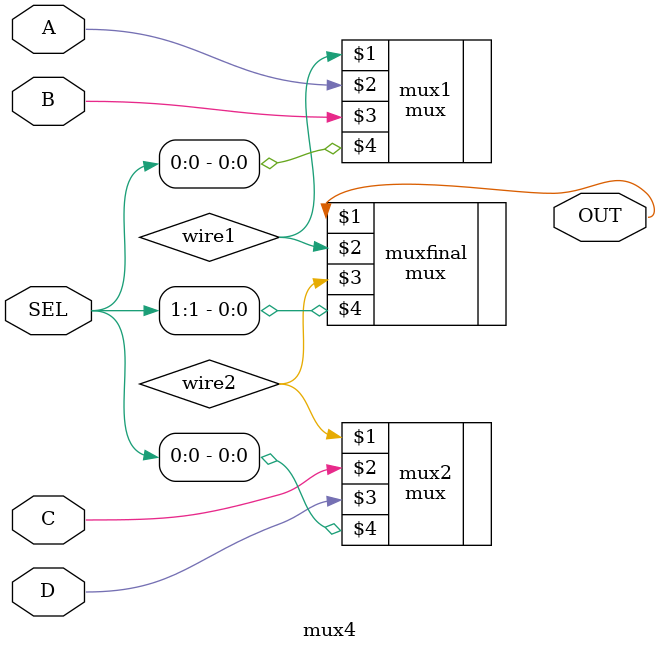
<source format=v>
module mux4(OUT,A,B,C,D,SEL);
	output OUT;
	input A,B,C,D;
	input[1:0]SEL;
	
	wire wirea,wireb;
	
	mux mux1(wire1,A,B,SEL[0]);
	mux mux2(wire2,C,D,SEL[0]);
	mux muxfinal(OUT,wire1,wire2,SEL[1]);
	
endmodule
</source>
